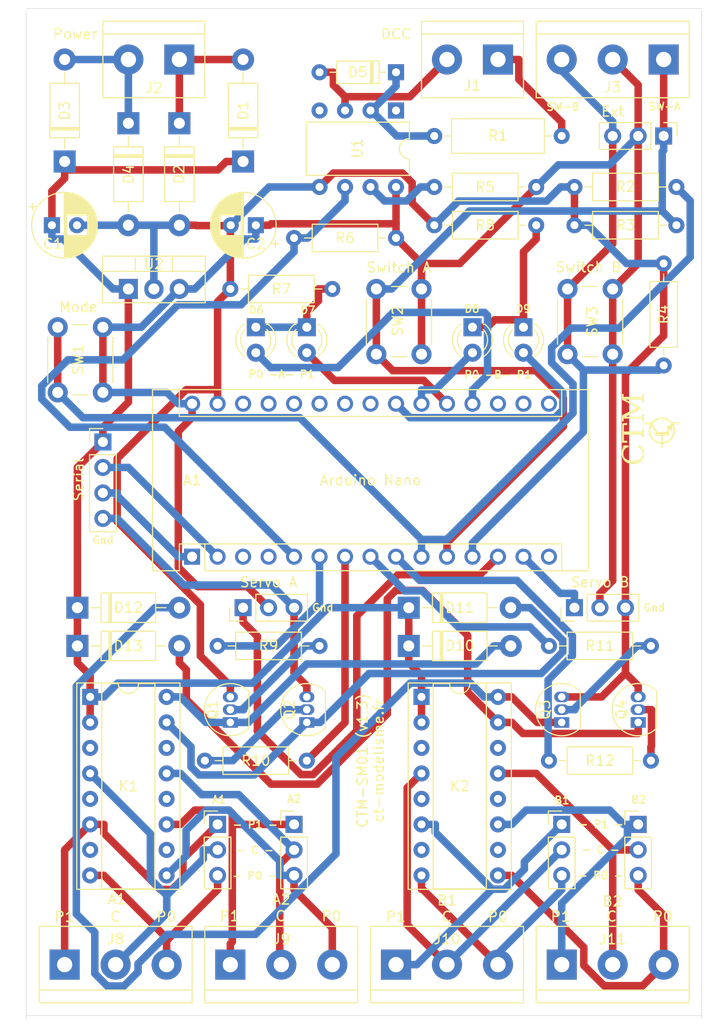
<source format=kicad_pcb>
(kicad_pcb (version 20211014) (generator pcbnew)
  (title_block (title "Digital Accessory Decoder 01 - PCB") (date "2021-06-24") (rev "1.2") (company "Cyrille TOULET") (comment 1 "All rights reserved"))
  (layers (0 "F.Cu" signal) (31 "B.Cu" signal) (34 "B.Paste" user) (35 "F.Paste" user) (36 "B.SilkS" user "B.Silkscreen") (37 "F.SilkS" user "F.Silkscreen") (38 "B.Mask" user) (39 "F.Mask" user) (44 "Edge.Cuts" user))
  (net 0 "")
  (net 1 "Net-(A1-Pad1)")
  (net 3 "Net-(A1-Pad2)")
  (net 6 "Net-(A1-Pad19)")
  (net 8 "Net-(A1-Pad20)")
  (net 9 "DCC")
  (net 10 "Net-(A1-Pad21)")
  (net 11 "SET_A")
  (net 12 "Net-(A1-Pad22)")
  (net 13 "RESET_A")
  (net 15 "SET_B")
  (net 16 "SW_MODE")
  (net 17 "RESET_B")
  (net 18 "SW_POS_A")
  (net 19 "SW_POS_B")
  (net 22 "Net-(A1-Pad13)")
  (net 23 "GND")
  (net 24 "Net-(A1-Pad14)")
  (net 25 "+5V")
  (net 28 "VCC")
  (net 29 "Net-(D1-Pad2)")
  (net 30 "Net-(D3-Pad2)")
  (net 31 "Net-(D5-Pad1)")
  (net 33 "Net-(D10-Pad2)")
  (net 34 "Net-(D11-Pad2)")
  (net 35 "Net-(J1-Pad1)")
  (net 36 "Net-(J10-Pad3)")
  (net 37 "Net-(J10-Pad2)")
  (net 38 "Net-(J10-Pad1)")
  (net 39 "Net-(Q1-Pad2)")
  (net 40 "Net-(Q2-Pad2)")
  (net 41 "Net-(Q3-Pad2)")
  (net 42 "Net-(Q4-Pad2)")
  (net 43 "Net-(R5-Pad2)")
  (net 45 "Net-(J12-Pad1)")
  (net 46 "Net-(J12-Pad2)")
  (net 47 "Net-(J12-Pad3)")
  (net 48 "Net-(J13-Pad3)")
  (net 49 "Net-(J13-Pad2)")
  (net 50 "Net-(J13-Pad1)")
  (net 51 "Net-(J11-Pad3)")
  (net 52 "Net-(J11-Pad2)")
  (net 53 "Net-(J11-Pad1)")
  (net 55 "Net-(D5-Pad2)")
  (net 57 "Net-(D6-Pad1)")
  (net 58 "Net-(D8-Pad1)")
  (net 59 "Net-(D12-Pad2)")
  (net 60 "Net-(D13-Pad2)")
  (footprint "Module:Arduino_Nano" (layer "F.Cu") (at 30.48 71.12 90)
    (fp_text reference "A1")
    (fp_text value "Arduino Nano")
  )
  (footprint "Capacitor_THT:CP_Radial_D6.3mm_P2.50mm" (layer "F.Cu") (at 16.51 38.1)
    (fp_text reference "C1")
    (fp_text value "220µF")
  )
  (footprint "Capacitor_THT:CP_Radial_D6.3mm_P2.50mm" (layer "F.Cu") (at 36.83 38.1 180)
    (fp_text reference "C2")
    (fp_text value "220µF")
  )
  (footprint "Diode_THT:D_DO-41_SOD81_P10.16mm_Horizontal" (layer "F.Cu") (at 35.56 31.75 90)
    (fp_text reference "D1")
    (fp_text value "1N4001")
  )
  (footprint "Diode_THT:D_DO-41_SOD81_P10.16mm_Horizontal" (layer "F.Cu") (at 29.21 27.94 -90)
    (fp_text reference "D2")
    (fp_text value "1N4001")
  )
  (footprint "Diode_THT:D_DO-41_SOD81_P10.16mm_Horizontal" (layer "F.Cu") (at 17.78 31.75 90)
    (fp_text reference "D3")
    (fp_text value "1N4001")
  )
  (footprint "Diode_THT:D_DO-41_SOD81_P10.16mm_Horizontal" (layer "F.Cu") (at 24.13 27.94 -90)
    (fp_text reference "D4")
    (fp_text value "1N4001")
  )
  (footprint "Diode_THT:D_DO-41_SOD81_P10.16mm_Horizontal" (layer "F.Cu") (at 52.07 80.01)
    (fp_text reference "D10")
    (fp_text value "1N4001")
  )
  (footprint "Diode_THT:D_DO-41_SOD81_P10.16mm_Horizontal" (layer "F.Cu") (at 52.07 76.2)
    (fp_text reference "D11")
    (fp_text value "1N4001")
  )
  (footprint "TerminalBlock:TerminalBlock_bornier-2_P5.08mm" (layer "F.Cu") (at 60.96 21.59 180)
    (fp_text reference "J1")
    (fp_text value "Terminal 1x2")
  )
  (footprint "TerminalBlock:TerminalBlock_bornier-2_P5.08mm" (layer "F.Cu") (at 29.21 21.59 180)
    (fp_text reference "J2")
    (fp_text value "Terminal 1x2")
  )
  (footprint "TerminalBlock:TerminalBlock_bornier-3_P5.08mm" (layer "F.Cu") (at 77.47 21.59 180)
    (fp_text reference "J3")
    (fp_text value "Terminal 1x3")
  )
  (footprint "TerminalBlock:TerminalBlock_bornier-3_P5.08mm" (layer "F.Cu") (at 17.78 111.76)
    (fp_text reference "J8")
    (fp_text value "Terminal 1x3")
  )
  (footprint "TerminalBlock:TerminalBlock_bornier-3_P5.08mm" (layer "F.Cu") (at 34.29 111.76)
    (fp_text reference "J9")
    (fp_text value "Terminal 1x3")
  )
  (footprint "TerminalBlock:TerminalBlock_bornier-3_P5.08mm" (layer "F.Cu") (at 50.8 111.76)
    (fp_text reference "J10")
    (fp_text value "Terminal 1x3")
  )
  (footprint "TerminalBlock:TerminalBlock_bornier-3_P5.08mm" (layer "F.Cu") (at 67.31 111.76)
    (fp_text reference "J11")
    (fp_text value "Terminal 1x3")
  )
  (footprint "Package_DIP:DIP-16_W7.62mm_Socket" (layer "F.Cu") (at 20.32 85.09)
    (fp_text reference "K1")
    (fp_text value "Relay HFD2 012-S-L2")
  )
  (footprint "Package_DIP:DIP-16_W7.62mm_Socket" (layer "F.Cu") (at 53.34 85.09)
    (fp_text reference "K2")
    (fp_text value "Relay HFD2 012-S-L2")
  )
  (footprint "Package_TO_SOT_THT:TO-92_Inline" (layer "F.Cu") (at 74.93 87.63 90)
    (fp_text reference "Q4")
    (fp_text value "BC547")
  )
  (footprint "Resistor_THT:R_Axial_DIN0309_L9.0mm_D3.2mm_P12.70mm_Horizontal" (layer "F.Cu") (at 54.61 29.21)
    (fp_text reference "R1")
    (fp_text value "1k (1W)")
  )
  (footprint "Resistor_THT:R_Axial_DIN0207_L6.3mm_D2.5mm_P10.16mm_Horizontal" (layer "F.Cu") (at 78.74 34.29 180)
    (fp_text reference "R2")
    (fp_text value "1k")
  )
  (footprint "Resistor_THT:R_Axial_DIN0207_L6.3mm_D2.5mm_P10.16mm_Horizontal" (layer "F.Cu") (at 78.74 38.1 180)
    (fp_text reference "R3")
    (fp_text value "1k")
  )
  (footprint "Resistor_THT:R_Axial_DIN0207_L6.3mm_D2.5mm_P10.16mm_Horizontal" (layer "F.Cu") (at 77.47 52.07 90)
    (fp_text reference "R4")
    (fp_text value "1k")
  )
  (footprint "Resistor_THT:R_Axial_DIN0207_L6.3mm_D2.5mm_P10.16mm_Horizontal" (layer "F.Cu") (at 64.77 34.29 180)
    (fp_text reference "R5")
    (fp_text value "10k")
  )
  (footprint "Resistor_THT:R_Axial_DIN0207_L6.3mm_D2.5mm_P10.16mm_Horizontal" (layer "F.Cu") (at 50.8 39.37 180)
    (fp_text reference "R6")
    (fp_text value "10k")
  )
  (footprint "Resistor_THT:R_Axial_DIN0207_L6.3mm_D2.5mm_P10.16mm_Horizontal" (layer "F.Cu") (at 34.29 44.45)
    (fp_text reference "R7")
    (fp_text value "1k")
  )
  (footprint "Resistor_THT:R_Axial_DIN0207_L6.3mm_D2.5mm_P10.16mm_Horizontal" (layer "F.Cu") (at 54.61 38.1)
    (fp_text reference "R8")
    (fp_text value "1k")
  )
  (footprint "Resistor_THT:R_Axial_DIN0207_L6.3mm_D2.5mm_P10.16mm_Horizontal" (layer "F.Cu") (at 33.02 80.01)
    (fp_text reference "R9")
    (fp_text value "2.2k")
  )
  (footprint "Resistor_THT:R_Axial_DIN0207_L6.3mm_D2.5mm_P10.16mm_Horizontal" (layer "F.Cu") (at 41.91 91.44 180)
    (fp_text reference "R10")
    (fp_text value "2.2k")
  )
  (footprint "Resistor_THT:R_Axial_DIN0207_L6.3mm_D2.5mm_P10.16mm_Horizontal" (layer "F.Cu") (at 66.04 91.44)
    (fp_text reference "R12")
    (fp_text value "2.2k")
  )
  (footprint "Button_Switch_THT:SW_PUSH_6mm" (layer "F.Cu") (at 21.59 48.26 -90)
    (fp_text reference "SW1")
    (fp_text value "Embeded push btn")
  )
  (footprint "Button_Switch_THT:SW_PUSH_6mm" (layer "F.Cu") (at 53.34 44.45 -90)
    (fp_text reference "SW2")
    (fp_text value "Embeded push btn")
  )
  (footprint "Button_Switch_THT:SW_PUSH_6mm" (layer "F.Cu") (at 72.39 44.45 -90)
    (fp_text reference "SW3")
    (fp_text value "Embeded push btn")
  )
  (footprint "Package_DIP:DIP-8_W7.62mm" (layer "F.Cu") (at 50.8 26.67 -90)
    (fp_text reference "U1")
    (fp_text value "6N137")
  )
  (footprint "Package_TO_SOT_THT:TO-220-3_Vertical" (layer "F.Cu") (at 24.13 44.45)
    (fp_text reference "U2")
    (fp_text value "LM7805")
  )
  (footprint "Connector_PinHeader_2.54mm:PinHeader_1x04_P2.54mm_Vertical" (layer "F.Cu") (at 21.59 59.69)
    (fp_text reference "J5" hide)
    (fp_text value "Conn 1x4 pins")
  )
  (footprint "Package_TO_SOT_THT:TO-92_Inline" (layer "F.Cu") (at 34.29 87.63 90)
    (fp_text reference "Q1")
    (fp_text value "BC547")
  )
  (footprint "Package_TO_SOT_THT:TO-92_Inline" (layer "F.Cu") (at 67.31 87.63 90)
    (fp_text reference "Q3")
    (fp_text value "BC547")
  )
  (footprint "Package_TO_SOT_THT:TO-92_Inline" (layer "F.Cu") (at 41.91 87.63 90)
    (fp_text reference "Q2")
    (fp_text value "BC547")
  )
  (footprint "Diode_THT:D_DO-35_SOD27_P7.62mm_Horizontal" (layer "F.Cu") (at 50.8 22.86 180)
    (fp_text reference "D5")
    (fp_text value "1N4148")
  )
  (footprint "Connector_PinHeader_2.54mm:PinHeader_1x03_P2.54mm_Vertical" (layer "F.Cu") (at 35.56 76.2 90)
    (fp_text reference "J6" hide)
    (fp_text value "Conn 1x3 pins")
  )
  (footprint "Connector_PinHeader_2.54mm:PinHeader_1x03_P2.54mm_Vertical" (layer "F.Cu") (at 68.58 76.2 90)
    (fp_text reference "J7" hide)
    (fp_text value "Conn 1x3 pins")
  )
  (footprint "Resistor_THT:R_Axial_DIN0207_L6.3mm_D2.5mm_P10.16mm_Horizontal" (layer "F.Cu") (at 66.04 80.01)
    (fp_text reference "R11")
    (fp_text value "2.2k")
  )
  (footprint "Connector_PinHeader_2.54mm:PinHeader_1x03_P2.54mm_Vertical" (layer "F.Cu") (at 77.47 29.21 -90)
    (fp_text reference "J4" hide)
    (fp_text value "Conn 1x3 pins")
  )
  (footprint "Connector_PinHeader_2.54mm:PinHeader_1x03_P2.54mm_Vertical" (layer "F.Cu") (at 33.02 97.79)
    (fp_text reference "J12" hide)
    (fp_text value "Conn 1x3 pins")
  )
  (footprint "Connector_PinHeader_2.54mm:PinHeader_1x03_P2.54mm_Vertical" (layer "F.Cu") (at 40.64 97.79)
    (fp_text reference "J13" hide)
    (fp_text value "Conn 1x3 pins")
  )
  (footprint "Connector_PinHeader_2.54mm:PinHeader_1x03_P2.54mm_Vertical" (layer "F.Cu") (at 67.31 97.79)
    (fp_text reference "J14" hide)
    (fp_text value "Conn 1x3 pins")
  )
  (footprint "Connector_PinHeader_2.54mm:PinHeader_1x03_P2.54mm_Vertical" (layer "F.Cu") (at 74.93 97.79)
    (fp_text reference "J15" hide)
    (fp_text value "Conn 1x3 pins")
  )
  (footprint "LED_THT:LED_D3.0mm" (layer "F.Cu") (at 36.83 48.26 -90)
    (fp_text reference "D6")
    (fp_text value "LED")
  )
  (footprint "LED_THT:LED_D3.0mm" (layer "F.Cu") (at 41.91 48.26 -90)
    (fp_text reference "D7")
    (fp_text value "LED")
  )
  (footprint "LED_THT:LED_D3.0mm" (layer "F.Cu") (at 58.42 48.26 -90)
    (fp_text reference "D8")
    (fp_text value "LED")
  )
  (footprint "LED_THT:LED_D3.0mm" (layer "F.Cu") (at 63.5 48.26 -90)
    (fp_text reference "D9")
    (fp_text value "LED")
  )
  (footprint "Diode_THT:D_DO-41_SOD81_P10.16mm_Horizontal" (layer "F.Cu") (at 19.05 76.2)
    (fp_text reference "D12")
    (fp_text value "1N4001")
  )
  (footprint "Diode_THT:D_DO-41_SOD81_P10.16mm_Horizontal" (layer "F.Cu") (at 19.05 80.01)
    (fp_text reference "D13")
    (fp_text value "1N4001")
  )
  (footprint "MountingHole:MountingHole_3.2mm_M3" (layer "F.Cu") (at 40.183559 20.319999)
    (fp_text reference "H1" hide)
    (fp_text value "MountingHole")
  )
  (footprint "MountingHole:MountingHole_3.2mm_M3" (layer "F.Cu") (at 78.74 68.58)
    (fp_text reference "H2" hide)
    (fp_text value "MountingHole")
  )
  (footprint "MountingHole:MountingHole_3.2mm_M3" (layer "F.Cu") (at 48.26 104.14)
    (fp_text reference "H3" hide)
    (fp_text value "MountingHole")
  )
  (footprint "MountingHole:MountingHole_3.2mm_M3" (layer "F.Cu") (at 16.48675 68.609574)
    (fp_text reference "H4" hide)
    (fp_text value "MountingHole")
  )
  (footprint "CTM:Logo_CTM_7mm" (layer "F.Cu") (at 76.2 58.42 90)
    (fp_text reference "G***" hide)
    (fp_text value "LOGO" hide)
  )
  (gr_line (start 13.945176 117.150154) (end 13.945176 16.820154) (layer "Edge.Cuts") (width 0.05))
  (gr_line (start 81.28 116.84) (end 13.97 116.84) (layer "Edge.Cuts") (width 0.05))
  (gr_line (start 13.97 16.51) (end 81.28 16.51) (layer "Edge.Cuts") (width 0.05))
  (gr_line (start 81.255176 16.820154) (end 81.255176 117.150154) (layer "Edge.Cuts") (width 0.05))
  (gr_text "C" (at 55.855176 106.990154) (layer "F.SilkS") (effects (font (size 1 1))))
  (gr_text "P1" (at 34.206382 106.922815) (layer "F.SilkS") (effects (font (size 1 1))))
  (gr_text "- P0 -" (at 71.192664 102.881509) (layer "F.SilkS") (effects (font (size 0.75 0.75))))
  (gr_text "Servo A" (at 38.1 73.66) (layer "F.SilkS") (effects (font (size 1 1))))
  (gr_text "C" (at 72.286795 106.96181) (layer "F.SilkS") (effects (font (size 1 1))))
  (gr_text "P1" (at 67.206795 106.96181) (layer "F.SilkS") (effects (font (size 1 1))))
  (gr_text "P0" (at 44.366382 106.922815) (layer "F.SilkS") (effects (font (size 1 1))))
  (gr_text "Arduino Nano" (at 48.26 63.5) (layer "F.SilkS") (effects (font (size 1 1))))
  (gr_text "- P1 -" (at 71.231659 97.773165) (layer "F.SilkS") (effects (font (size 0.75 0.75))))
  (gr_text "Ext" (at 72.39 26.769322) (layer "F.SilkS") (effects (font (size 1 1))))
  (gr_text "Gnd" (at 43.5027 76.2) (layer "F.SilkS") (effects (font (size 0.75 0.75))))
  (gr_text "B2" (at 74.975178 95.31648) (layer "F.SilkS") (effects (font (size 0.75 0.75))))
  (gr_text "- C -" (at 36.729849 100.346834) (layer "F.SilkS") (effects (font (size 0.75 0.75))))
  (gr_text "SW-B" (at 67.426189 26.312881) (layer "F.SilkS") (effects (font (size 0.75 0.75))))
  (gr_text "- P0 -" (at 36.729849 102.920503) (layer "F.SilkS") (effects (font (size 0.75 0.75))))
  (gr_text "- C -" (at 71.192664 100.30784) (layer "F.SilkS") (effects (font (size 0.75 0.75))))
  (gr_text "Gnd" (at 21.602501 69.473544) (layer "F.SilkS") (effects (font (size 0.75 0.75))))
  (gr_text "A2" (at 39.37 105.263678) (layer "F.SilkS") (effects (font (size 1 1))))
  (gr_text "Power" (at 18.832864 19.05) (layer "F.SilkS") (effects (font (size 1 1))))
  (gr_text "Serial" (at 19.166488 63.430675 90) (layer "F.SilkS") (effects (font (size 1 1))))
  (gr_text "Switch B" (at 69.985535 42.277789) (layer "F.SilkS") (effects (font (size 1 1))))
  (gr_text "A2" (at 40.64 95.243816) (layer "F.SilkS") (effects (font (size 0.75 0.75))))
  (gr_text "Mode" (at 19.15015 46.237586) (layer "F.SilkS") (effects (font (size 1 1))))
  (gr_text "DCC" (at 50.8 19.05) (layer "F.SilkS") (effects (font (size 1 1))))
  (gr_text "P0" (at 27.915176 106.990154) (layer "F.SilkS") (effects (font (size 1 1))))
  (gr_text "P1" (at 50.775176 106.990154) (layer "F.SilkS") (effects (font (size 1 1))))
  (gr_text "C" (at 39.286382 106.922815) (layer "F.SilkS") (effects (font (size 1 1))))
  (gr_text "P0 -B- P1" (at 60.96 52.991392) (layer "F.SilkS") (effects (font (size 0.75 0.75))))
  (gr_text "C" (at 22.835176 106.990154) (layer "F.SilkS") (effects (font (size 1 1))))
  (gr_text "Gnd" (at 76.529291 76.2) (layer "F.SilkS") (effects (font (size 0.75 0.75))))
  (gr_text "A1" (at 22.991246 105.23538) (layer "F.SilkS") (effects (font (size 1 1))))
  (gr_text "P1" (at 17.755176 106.990154) (layer "F.SilkS") (effects (font (size 1 1))))
  (gr_text "Switch A" (at 51.085963 42.303786) (layer "F.SilkS") (effects (font (size 1 1))))
  (gr_text "CTM-SM01 (v1.3)\nct-modelisme.fr" (at 48.26 91.44 90) (layer "F.SilkS") (effects (font (size 1 1))))
  (gr_text "B1" (at 55.88 105.350333) (layer "F.SilkS") (effects (font (size 1 1))))
  (gr_text "B2" (at 72.361882 105.45432) (layer "F.SilkS") (effects (font (size 1 1))))
  (gr_text "P0" (at 60.935176 106.990154) (layer "F.SilkS") (effects (font (size 1 1))))
  (gr_text "SW-A" (at 77.569322 26.262166) (layer "F.SilkS") (effects (font (size 0.75 0.75))))
  (gr_text "B1" (at 67.33216 95.39447) (layer "F.SilkS") (effects (font (size 0.75 0.75))))
  (gr_text "- P1 -" (at 36.768844 97.812159) (layer "F.SilkS") (effects (font (size 0.75 0.75))))
  (gr_text "Servo B" (at 71.12 73.66) (layer "F.SilkS") (effects (font (size 1 1))))
  (gr_text "P0" (at 77.366795 106.96181) (layer "F.SilkS") (effects (font (size 1 1))))
  (gr_text "P0 -A- P1" (at 39.39577 52.95005) (layer "F.SilkS") (effects (font (size 0.75 0.75))))
  (gr_text "A1" (at 33.14231 95.321806) (layer "F.SilkS") (effects (font (size 0.75 0.75))))
  (segment (start 23.0153 64.77) (end 23.0153 65.0306) (width 0.75) (layer "B.Cu") (net 1))
  (segment (start 21.59 64.77) (end 23.0153 64.77) (width 0.75) (layer "B.Cu") (net 1))
  (segment (start 30.48 71.12) (end 29.1047 71.12) (width 0.75) (layer "B.Cu") (net 1))
  (segment (start 23.0153 65.0306) (end 29.1047 71.12) (width 0.75) (layer "B.Cu") (net 1))
  (segment (start 24.13 62.23) (end 33.02 71.12) (width 0.75) (layer "B.Cu") (net 3))
  (segment (start 21.59 62.23) (end 24.13 62.23) (width 0.75) (layer "B.Cu") (net 3))
  (segment (start 38.3104 52.2804) (end 45.0225 52.2804) (width 0.75) (layer "B.Cu") (net 6))
  (segment (start 59.9199 53.0048) (end 58.42 54.5047) (width 0.75) (layer "B.Cu") (net 6))
  (segment (start 58.42 55.88) (end 58.42 54.5047) (width 0.75) (layer "B.Cu") (net 6))
  (segment (start 36.83 50.8) (end 38.3104 52.2804) (width 0.75) (layer "B.Cu") (net 6))
  (segment (start 45.0225 52.2804) (end 50.5183 46.7846) (width 0.75) (layer "B.Cu") (net 6))
  (segment (start 59.6192 46.7846) (end 59.9199 47.0853) (width 0.75) (layer "B.Cu") (net 6))
  (segment (start 50.5183 46.7846) (end 59.6192 46.7846) (width 0.75) (layer "B.Cu") (net 6))
  (segment (start 59.9199 47.0853) (end 59.9199 53.0048) (width 0.75) (layer "B.Cu") (net 6))
  (segment (start 53.5564 53.5564) (end 55.88 55.88) (width 0.75) (layer "F.Cu") (net 8))
  (segment (start 44.6664 53.5564) (end 53.5564 53.5564) (width 0.75) (layer "F.Cu") (net 8))
  (segment (start 41.91 50.8) (end 44.6664 53.5564) (width 0.75) (layer "F.Cu") (net 8))
  (segment (start 45.72 35.6653) (end 42.0153 39.37) (width 0.75) (layer "B.Cu") (net 9))
  (segment (start 40.64 40.7453) (end 35.3599 46.0254) (width 0.75) (layer "B.Cu") (net 9))
  (segment (start 40.64 39.37) (end 40.64 40.7453) (width 0.75) (layer "B.Cu") (net 9))
  (segment (start 40.64 39.37) (end 42.0153 39.37) (width 0.75) (layer "B.Cu") (net 9))
  (segment (start 18.308 58.2231) (end 27.7431 58.2231) (width 0.75) (layer "B.Cu") (net 9))
  (segment (start 15.4991 55.4142) (end 18.308 58.2231) (width 0.75) (layer "B.Cu") (net 9))
  (segment (start 23.5896 51.51) (end 18.1017 51.51) (width 0.75) (layer "B.Cu") (net 9))
  (segment (start 18.1017 51.51) (end 15.4991 54.1126) (width 0.75) (layer "B.Cu") (net 9))
  (segment (start 45.72 34.29) (end 45.72 35.6653) (width 0.75) (layer "B.Cu") (net 9))
  (segment (start 35.3599 46.0254) (end 29.0742 46.0254) (width 0.75) (layer "B.Cu") (net 9))
  (segment (start 29.0742 46.0254) (end 23.5896 51.51) (width 0.75) (layer "B.Cu") (net 9))
  (segment (start 27.7431 58.2231) (end 40.64 71.12) (width 0.75) (layer "B.Cu") (net 9))
  (segment (start 15.4991 54.1126) (end 15.4991 55.4142) (width 0.75) (layer "B.Cu") (net 9))
  (segment (start 58.42 50.8) (end 54.7153 54.5047) (width 0.75) (layer "B.Cu") (net 10))
  (segment (start 54.7153 54.5047) (end 53.34 54.5047) (width 0.75) (layer "B.Cu") (net 10))
  (segment (start 53.34 55.88) (end 53.34 54.5047) (width 0.75) (layer "B.Cu") (net 10))
  (segment (start 33.02 80.01) (end 38.8612 80.01) (width 0.75) (layer "B.Cu") (net 11))
  (segment (start 43.18 75.6912) (end 43.18 71.12) (width 0.75) (layer "B.Cu") (net 11))
  (segment (start 38.8612 80.01) (end 43.18 75.6912) (width 0.75) (layer "B.Cu") (net 11))
  (segment (start 67.4294 54.7294) (end 67.4294 56.4788) (width 0.75) (layer "B.Cu") (net 12))
  (segment (start 52.1927 57.2727) (end 50.8 55.88) (width 0.75) (layer "B.Cu") (net 12))
  (segment (start 67.4294 56.4788) (end 66.6355 57.2727) (width 0.75) (layer "B.Cu") (net 12))
  (segment (start 63.5 50.8) (end 67.4294 54.7294) (width 0.75) (layer "B.Cu") (net 12))
  (segment (start 66.6355 57.2727) (end 52.1927 57.2727) (width 0.75) (layer "B.Cu") (net 12))
  (segment (start 41.91 91.44) (end 45.72 87.63) (width 0.75) (layer "F.Cu") (net 13))
  (segment (start 45.72 71.12) (end 45.72 72.4953) (width 0.75) (layer "F.Cu") (net 13))
  (segment (start 45.72 87.63) (end 45.72 72.4953) (width 0.75) (layer "F.Cu") (net 13))
  (segment (start 51.6646 74.5246) (end 48.26 71.12) (width 0.75) (layer "B.Cu") (net 15))
  (segment (start 64.146 78.116) (end 56.9996 78.116) (width 0.75) (layer "B.Cu") (net 15))
  (segment (start 66.04 80.01) (end 64.146 78.116) (width 0.75) (layer "B.Cu") (net 15))
  (segment (start 53.4082 74.5246) (end 51.6646 74.5246) (width 0.75) (layer "B.Cu") (net 15))
  (segment (start 56.9996 78.116) (end 53.4082 74.5246) (width 0.75) (layer "B.Cu") (net 15))
  (segment (start 17.09 54.76) (end 17.09 48.26) (width 0.75) (layer "F.Cu") (net 16))
  (segment (start 53.34 69.4004) (end 55.8517 69.4004) (width 0.75) (layer "B.Cu") (net 16))
  (segment (start 66.3089 50.2833) (end 68.2453 48.3469) (width 0.75) (layer "B.Cu") (net 16))
  (segment (start 53.34 69.4004) (end 53.34 69.7447) (width 0.75) (layer "B.Cu") (net 16))
  (segment (start 53.34 71.12) (end 53.34 69.7447) (width 0.75) (layer "B.Cu") (net 16))
  (segment (start 41.2124 57.2728) (end 19.6028 57.2728) (width 0.75) (layer "B.Cu") (net 16))
  (segment (start 19.6028 57.2728) (end 17.09 54.76) (width 0.75) (layer "B.Cu") (net 16))
  (segment (start 68.2453 48.3469) (end 73.0308 48.3469) (width 0.75) (layer "B.Cu") (net 16))
  (segment (start 55.8517 69.4004) (end 68.4329 56.8192) (width 0.75) (layer "B.Cu") (net 16))
  (segment (start 80.1158 35.6658) (end 78.74 34.29) (width 0.75) (layer "B.Cu") (net 16))
  (segment (start 80.1158 41.2619) (end 80.1158 35.6658) (width 0.75) (layer "B.Cu") (net 16))
  (segment (start 68.4329 56.8192) (end 68.4329 53.9179) (width 0.75) (layer "B.Cu") (net 16))
  (segment (start 66.3089 51.7939) (end 66.3089 50.2833) (width 0.75) (layer "B.Cu") (net 16))
  (segment (start 73.0308 48.3469) (end 80.1158 41.2619) (width 0.75) (layer "B.Cu") (net 16))
  (segment (start 68.4329 53.9179) (end 66.3089 51.7939) (width 0.75) (layer "B.Cu") (net 16))
  (segment (start 53.34 69.4004) (end 41.2124 57.2728) (width 0.75) (layer "B.Cu") (net 16))
  (segment (start 65.9565 83.405) (end 68.3721 80.9894) (width 0.75) (layer "B.Cu") (net 17))
  (segment (start 68.3721 79.0113) (end 62.8413 73.4805) (width 0.75) (layer "B.Cu") (net 17))
  (segment (start 53.1605 73.4805) (end 50.8 71.12) (width 0.75) (layer "B.Cu") (net 17))
  (segment (start 66.04 91.44) (end 65.9565 91.3565) (width 0.75) (layer "B.Cu") (net 17))
  (segment (start 65.9565 91.3565) (end 65.9565 83.405) (width 0.75) (layer "B.Cu") (net 17))
  (segment (start 62.8413 73.4805) (end 53.1605 73.4805) (width 0.75) (layer "B.Cu") (net 17))
  (segment (start 68.3721 80.9894) (end 68.3721 79.0113) (width 0.75) (layer "B.Cu") (net 17))
  (segment (start 55.88 71.12) (end 55.88 69.7447) (width 0.75) (layer "F.Cu") (net 18))
  (segment (start 67.4735 55.3315) (end 67.4735 58.1512) (width 0.75) (layer "F.Cu") (net 18))
  (segment (start 67.4735 58.1512) (end 55.88 69.7447) (width 0.75) (layer "F.Cu") (net 18))
  (segment (start 50.4767 52.5867) (end 64.7287 52.5867) (width 0.75) (layer "F.Cu") (net 18))
  (segment (start 48.84 50.95) (end 48.84 44.45) (width 0.75) (layer "F.Cu") (net 18))
  (segment (start 77.47 29.21) (end 77.47 21.59) (width 0.75) (layer "F.Cu") (net 18))
  (segment (start 64.7287 52.5867) (end 67.4735 55.3315) (width 0.75) (layer "F.Cu") (net 18))
  (segment (start 48.84 50.95) (end 50.4767 52.5867) (width 0.75) (layer "F.Cu") (net 18))
  (segment (start 77.324 30.7813) (end 77.47 30.6353) (width 0.75) (layer "B.Cu") (net 18))
  (segment (start 50.358 44.45) (end 48.84 44.45) (width 0.75) (layer "B.Cu") (net 18))
  (segment (start 58.124 36.684) (end 50.358 44.45) (width 0.75) (layer "B.Cu") (net 18))
  (segment (start 77.324 36.684) (end 77.324 30.7813) (width 0.75) (layer "B.Cu") (net 18))
  (segment (start 78.74 38.1) (end 77.324 36.684) (width 0.75) (layer "B.Cu") (net 18))
  (segment (start 77.324 36.684) (end 58.124 36.684) (width 0.75) (layer "B.Cu") (net 18))
  (segment (start 77.47 29.21) (end 77.47 30.6353) (width 0.75) (layer "B.Cu") (net 18))
  (segment (start 72.39 39.95) (end 67.89 44.45) (width 0.75) (layer "F.Cu") (net 19))
  (segment (start 67.89 44.45) (end 67.89 50.95) (width 0.75) (layer "F.Cu") (net 19))
  (segment (start 72.39 29.21) (end 72.39 39.95) (width 0.75) (layer "F.Cu") (net 19))
  (segment (start 77.0114 52.5286) (end 77.47 52.07) (width 0.75) (layer "B.Cu") (net 19))
  (segment (start 72.39 27.7847) (end 67.31 22.7047) (width 0.75) (layer "B.Cu") (net 19))
  (segment (start 58.42 71.12) (end 58.42 69.7447) (width 0.75) (layer "B.Cu") (net 19))
  (segment (start 69.4686 58.6961) (end 58.42 69.7447) (width 0.75) (layer "B.Cu") (net 19))
  (segment (start 69.4686 52.5286) (end 77.0114 52.5286) (width 0.75) (layer "B.Cu") (net 19))
  (segment (start 67.89 50.95) (end 69.4686 52.5286) (width 0.75) (layer "B.Cu") (net 19))
  (segment (start 67.31 22.7047) (end 67.31 21.59) (width 0.75) (layer "B.Cu") (net 19))
  (segment (start 72.39 29.21) (end 72.39 27.7847) (width 0.75) (layer "B.Cu") (net 19))
  (segment (start 69.4686 52.5286) (end 69.4686 58.6961) (width 0.75) (layer "B.Cu") (net 19))
  (segment (start 46.8919 77.0166) (end 46.8919 88.4622) (width 0.75) (layer "F.Cu") (net 22))
  (segment (start 35.56 76.2) (end 35.56 77.6253) (width 0.75) (layer "F.Cu") (net 22))
  (segment (start 46.8919 88.4622) (end 42.5282 92.8259) (width 0.75) (layer "F.Cu") (net 22))
  (segment (start 60.96 71.12) (end 59.1667 72.9133) (width 0.75) (layer "F.Cu") (net 22))
  (segment (start 50.9952 72.9133) (end 46.8919 77.0166) (width 0.75) (layer "F.Cu") (net 22))
  (segment (start 36.9853 79.0506) (end 35.56 77.6253) (width 0.75) (layer "F.Cu") (net 22))
  (segment (start 41.3236 92.8259) (end 36.9853 88.4876) (width 0.75) (layer "F.Cu") (net 22))
  (segment (start 59.1667 72.9133) (end 50.9952 72.9133) (width 0.75) (layer "F.Cu") (net 22))
  (segment (start 36.9853 88.4876) (end 36.9853 79.0506) (width 0.75) (layer "F.Cu") (net 22))
  (segment (start 42.5282 92.8259) (end 41.3236 92.8259) (width 0.75) (layer "F.Cu") (net 22))
  (segment (start 33.02 54.4818) (end 33.02 55.88) (width 0.75) (layer "F.Cu") (net 23))
  (segment (start 77.47 49.105) (end 77.47 41.91) (width 0.75) (layer "F.Cu") (net 23))
  (segment (start 52.4091 35.8991) (end 52.4091 33.883) (width 0.75) (layer "F.Cu") (net 23))
  (segment (start 68.58 38.1) (end 68.58 34.29) (width 0.75) (layer "F.Cu") (net 23))
  (segment (start 21.59 67.31) (end 22.7777 67.31) (width 0.75) (layer "F.Cu") (net 23))
  (segment (start 23.0153 67.31) (end 23.0153 67.61) (width 0.75) (layer "F.Cu") (net 23))
  (segment (start 33.02 45.72) (end 33.02 54.4818) (width 0.75) (layer "F.Cu") (net 23))
  (segment (start 67.31 85.09) (end 71.2897 85.09) (width 0.75) (layer "F.Cu") (net 23))
  (segment (start 23.0153 67.31) (end 23.0153 61.36) (width 0.75) (layer "F.Cu") (net 23))
  (segment (start 34.29 85.09) (end 34.29 83.9897) (width 0.75) (layer "F.Cu") (net 23))
  (segment (start 23.0153 67.61) (end 31.3038 75.8985) (width 0.75) (layer "F.Cu") (net 23))
  (segment (start 41.91 85.09) (end 41.91 83.9897) (width 0.75) (layer "F.Cu") (net 23))
  (segment (start 34.29 38.14) (end 30.9253 38.14) (width 0.75) (layer "F.Cu") (net 23))
  (segment (start 34.29 44.45) (end 34.29 38.14) (width 0.75) (layer "F.Cu") (net 23))
  (segment (start 71.2897 85.09) (end 73.66 82.7197) (width 0.75) (layer "F.Cu") (net 23))
  (segment (start 23.0153 61.36) (end 29.8935 54.4818) (width 0.75) (layer "F.Cu") (net 23))
  (segment (start 34.29 38.14) (end 34.33 38.1) (width 0.75) (layer "F.Cu") (net 23))
  (segment (start 52.4091 33.883) (end 51.4298 32.9037) (width 0.75) (layer "F.Cu") (net 23))
  (segment (start 44.5663 32.9037) (end 43.18 34.29) (width 0.75) (layer "F.Cu") (net 23))
  (segment (start 51.4298 32.9037) (end 44.5663 32.9037) (width 0.75) (layer "F.Cu") (net 23))
  (segment (start 31.3038 75.8985) (end 31.3038 81.0035) (width 0.75) (layer "F.Cu") (net 23))
  (segment (start 41.91 83.9897) (end 40.64 82.7197) (width 0.75) (layer "F.Cu") (net 23))
  (segment (start 30.9253 38.14) (end 30.8853 38.1) (width 0.75) (layer "F.Cu") (net 23))
  (segment (start 73.66 52.915) (end 77.47 49.105) (width 0.75) (layer "F.Cu") (net 23))
  (segment (start 22.7777 67.31) (end 23.0153 67.31) (width 0.75) (layer "F.Cu") (net 23))
  (segment (start 34.29 44.45) (end 33.02 45.72) (width 0.75) (layer "F.Cu") (net 23))
  (segment (start 54.61 38.1) (end 52.4091 35.8991) (width 0.75) (layer "F.Cu") (net 23))
  (segment (start 29.8935 54.4818) (end 33.02 54.4818) (width 0.75) (layer "F.Cu") (net 23))
  (segment (start 29.21 38.1) (end 30.8853 38.1) (width 0.75) (layer "F.Cu") (net 23))
  (segment (start 74.93 85.09) (end 74.93 83.9897) (width 0.75) (layer "F.Cu") (net 23))
  (segment (start 40.64 82.7197) (end 40.64 76.2) (width 0.75) (layer "F.Cu") (net 23))
  (segment (start 73.66 82.7197) (end 73.66 76.2) (width 0.75) (layer "F.Cu") (net 23))
  (segment (start 31.3038 81.0035) (end 34.29 83.9897) (width 0.75) (layer "F.Cu") (net 23))
  (segment (start 73.66 76.2) (end 73.66 52.915) (width 0.75) (layer "F.Cu") (net 23))
  (segment (start 73.66 82.7197) (end 74.93 83.9897) (width 0.75) (layer "F.Cu") (net 23))
  (segment (start 38.14 34.29) (end 43.18 34.29) (width 0.75) (layer "B.Cu") (net 23))
  (segment (start 65.8016 35.6931) (end 57.0169 35.6931) (width 0.75) (layer "B.Cu") (net 23))
  (segment (start 73.7653 41.91) (end 69.9553 38.1) (width 0.75) (layer "B.Cu") (net 23))
  (segment (start 24.13 38.1) (end 19.01 38.1) (width 0.75) (layer "B.Cu") (net 23))
  (segment (start 67.2047 34.29) (end 65.8016 35.6931) (width 0.75) (layer "B.Cu") (net 23))
  (segment (start 29.21 38.1) (end 26.67 38.1) (width 0.75) (layer "B.Cu") (net 23))
  (segment (start 68.58 38.1) (end 69.9553 38.1) (width 0.75) (layer "B.Cu") (net 23))
  (segment (start 23.0153 67.31) (end 29.652 73.9467) (width 0.75) (layer "B.Cu") (net 23))
  (segment (start 26.67 38.1) (end 24.13 38.1) (width 0.75) (layer "B.Cu") (net 23))
  (segment (start 21.59 67.31) (end 23.0153 67.31) (width 0.75) (layer "B.Cu") (net 23))
  (segment (start 77.47 41.91) (end 73.7653 41.91) (width 0.75) (layer "B.Cu") (net 23))
  (segment (start 38.3867 73.9467) (end 40.64 76.2) (width 0.75) (layer "B.Cu") (net 23))
  (segment (start 34.33 38.1) (end 38.14 34.29) (width 0.75) (layer "B.Cu") (net 23))
  (segment (start 57.0169 35.6931) (end 54.61 38.1) (width 0.75) (layer "B.Cu") (net 23))
  (segment (start 26.67 38.1) (end 26.67 44.45) (width 0.75) (layer "B.Cu") (net 23))
  (segment (start 68.58 34.29) (end 67.2047 34.29) (width 0.75) (layer "B.Cu") (net 23))
  (segment (start 29.652 73.9467) (end 38.3867 73.9467) (width 0.75) (layer "B.Cu") (net 23))
  (segment (start 68.58 76.2) (end 68.58 74.7747) (width 0.75) (layer "B.Cu") (net 24))
  (segment (start 68.58 74.7747) (end 67.1547 74.7747) (width 0.75) (layer "B.Cu") (net 24))
  (segment (start 67.1547 74.7747) (end 63.5 71.12) (width 0.75) (layer "B.Cu") (net 24))
  (segment (start 29.1046 72.1793) (end 31.0277 74.1024) (width 0.75) (layer "F.Cu") (net 25))
  (segment (start 72.39 73.5047) (end 71.12 74.7747) (width 0.75) (layer "F.Cu") (net 25))
  (segment (start 53.34 50.95) (end 53.34 44.45) (width 0.75) (layer "F.Cu") (net 25))
  (segment (start 64.77 34.29) (end 57.15 41.91) (width 0.75) (layer "F.Cu") (net 25))
  (segment (start 50.8 37.9544) (end 50.8 39.37) (width 0.75) (layer "F.Cu") (net 25))
  (segment (start 74.93 29.21) (end 74.93 24.13) (width 0.75) (layer "F.Cu") (net 25))
  (segment (start 31.0277 74.1024) (end 36.0024 74.1024) (width 0.75) (layer "F.Cu") (net 25))
  (segment (start 72.39 44.45) (end 74.93 41.91) (width 0.75) (layer "F.Cu") (net 25))
  (segment (start 50.8 37.9544) (end 38.3509 37.9544) (width 0.75) (layer "F.Cu") (net 25))
  (segment (start 30.48 57.2553) (end 29.1046 58.6307) (width 0.75) (layer "F.Cu") (net 25))
  (segment (start 29.1046 58.6307) (end 29.1046 72.1793) (width 0.75) (layer "F.Cu") (net 25))
  (segment (start 50.8 34.29) (end 50.8 35.6653) (width 0.75) (layer "F.Cu") (net 25))
  (segment (start 72.39 44.45) (end 72.39 50.95) (width 0.75) (layer "F.Cu") (net 25))
  (segment (start 36.0024 74.1024) (end 38.1 76.2) (width 0.75) (layer "F.Cu") (net 25))
  (segment (start 36.83 38.1) (end 38.2053 38.1) (width 0.75) (layer "F.Cu") (net 25))
  (segment (start 74.93 24.13) (end 72.39 21.59) (width 0.75) (layer "F.Cu") (net 25))
  (segment (start 53.34 41.91) (end 53.34 44.45) (width 0.75) (layer "F.Cu") (net 25))
  (segment (start 50.8 39.37) (end 53.34 41.91) (width 0.75) (layer "F.Cu") (net 25))
  (segment (start 21.59 54.76) (end 21.59 48.26) (width 0.75) (layer "F.Cu") (net 25))
  (segment (start 50.8 35.6653) (end 50.8 37.9544) (width 0.75) (layer "F.Cu") (net 25))
  (segment (start 71.12 76.2) (end 71.12 74.7747) (width 0.75) (layer "F.Cu") (net 25))
  (segment (start 57.15 41.91) (end 53.34 41.91) (width 0.75) (layer "F.Cu") (net 25))
  (segment (start 38.3509 37.9544) (end 38.2053 38.1) (width 0.75) (layer "F.Cu") (net 25))
  (segment (start 74.93 41.91) (end 74.93 29.21) (width 0.75) (layer "F.Cu") (net 25))
  (segment (start 30.48 55.88) (end 30.48 57.2553) (width 0.75) (layer "F.Cu") (net 25))
  (segment (start 72.39 50.95) (end 72.39 73.5047) (width 0.75) (layer "F.Cu") (net 25))
  (segment (start 27.9847 54.76) (end 29.1047 55.88) (width 0.75) (layer "B.Cu") (net 25))
  (segment (start 25.4 48.26) (end 29.21 44.45) (width 0.75) (layer "B.Cu") (net 25))
  (segment (start 74.93 29.21) (end 72.0539 32.0861) (width 0.75) (layer "B.Cu") (net 25))
  (segment (start 36.83 38.1) (end 36.83 39.4753) (width 0.75) (layer "B.Cu") (net 25))
  (segment (start 30.48 55.88) (end 29.1047 55.88) (width 0.75) (layer "B.Cu") (net 25))
  (segment (start 21.59 48.26) (end 25.4 48.26) (width 0.75) (layer "B.Cu") (net 25))
  (segment (start 21.59 54.76) (end 27.9847 54.76) (width 0.75) (layer "B.Cu") (net 25))
  (segment (start 66.9739 32.0861) (end 64.77 34.29) (width 0.75) (layer "B.Cu") (net 25))
  (segment (start 29.21 44.45) (end 30.7378 44.45) (width 0.75) (layer "B.Cu") (net 25))
  (segment (start 72.0539 32.0861) (end 66.9739 32.0861) (width 0.75) (layer "B.Cu") (net 25))
  (segment (start 30.7378 44.45) (end 35.7125 39.4753) (width 0.75) (layer "B.Cu") (net 25))
  (segment (start 35.7125 39.4753) (end 36.83 39.4753) (width 0.75) (layer "B.Cu") (net 25))
  (segment (start 53.34 87.63) (end 53.34 85.09) (width 0.75) (layer "F.Cu") (net 28))
  (segment (start 16.51 38.1) (end 16.51 34.6953) (width 0.75) (layer "F.Cu") (net 28))
  (segment (start 33.0471 32.5876) (end 33.8847 31.75) (width 0.75) (layer "F.Cu") (net 28))
  (segment (start 21.59 59.69) (end 21.59 58.2647) (width 0.75) (layer "F.Cu") (net 28))
  (segment (start 19.05 80.01) (end 19.05 76.2) (width 0.75) (layer "F.Cu") (net 28))
  (segment (start 16.51 34.6953) (end 17.78 33.4253) (width 0.75) (layer "F.Cu") (net 28))
  (segment (start 21.59 58.2647) (end 24.13 55.7247) (width 0.75) (layer "F.Cu") (net 28))
  (segment (start 52.07 81.6853) (end 53.34 82.9553) (width 0.75) (layer "F.Cu") (net 28))
  (segment (start 20.32 85.09) (end 20.32 87.63) (width 0.75) (layer "F.Cu") (net 28))
  (segment (start 24.13 55.7247) (end 24.13 44.45) (width 0.75) (layer "F.Cu") (net 28))
  (segment (start 19.05 80.01) (end 19.05 81.6853) (width 0.75) (layer "F.Cu") (net 28))
  (segment (start 52.07 80.01) (end 52.07 81.6853) (width 0.75) (layer "F.Cu") (net 28))
  (segment (start 20.32 82.9553) (end 20.32 85.09) (width 0.75) (layer "F.Cu") (net 28))
  (segment (start 35.56 31.75) (end 33.8847 31.75) (width 0.75) (layer "F.Cu") (net 28))
  (segment (start 19.05 62.23) (end 21.59 59.69) (width 0.75) (layer "F.Cu") (net 28))
  (segment (start 53.34 82.9553) (end 53.34 85.09) (width 0.75) (layer "F.Cu") (net 28))
  (segment (start 52.07 76.2) (end 52.07 80.01) (width 0.75) (layer "F.Cu") (net 28))
  (segment (start 19.05 81.6853) (end 20.32 82.9553) (width 0.75) (layer "F.Cu") (net 28))
  (segment (start 17.78 32.5876) (end 17.78 33.4253) (width 0.75) (layer "F.Cu") (net 28))
  (segment (start 19.05 76.2) (end 19.05 62.23) (width 0.75) (layer "F.Cu") (net 28))
  (segment (start 17.78 32.5876) (end 33.0471 32.5876) (width 0.75) (layer "F.Cu") (net 28))
  (segment (start 17.78 31.75) (end 17.78 32.5876) (width 0.75) (layer "F.Cu") (net 28))
  (segment (start 20.32 85.09) (end 21.6953 85.09) (width 0.75) (layer "B.Cu") (net 28))
  (segment (start 16.51 38.1) (end 16.51 39.4753) (width 0.75) (layer "B.Cu") (net 28))
  (segment (start 22.6022 44.45) (end 17.6275 39.4753) (width 0.75) (layer "B.Cu") (net 28))
  (segment (start 23.0706 83.7147) (end 36.5159 83.7147) (width 0.75) (layer "B.Cu") (net 28))
  (segment (start 44.0306 76.2) (end 52.07 76.2) (width 0.75) (layer "B.Cu") (net 28))
  (segment (start 24.13 44.45) (end 22.6022 44.45) (width 0.75) (layer "B.Cu") (net 28))
  (segment (start 17.6275 39.4753) (end 16.51 39.4753) (width 0.75) (layer "B.Cu") (net 28))
  (segment (start 36.5159 83.7147) (end 44.0306 76.2) (width 0.75) (layer "B.Cu") (net 28))
  (segment (start 21.6953 85.09) (end 23.0706 83.7147) (width 0.75) (layer "B.Cu") (net 28))
  (segment (start 29.21 21.59) (end 33.8847 21.59) (width 0.75) (layer "F.Cu") (net 29))
  (segment (start 35.56 21.59) (end 33.8847 21.59) (width 0.75) (layer "F.Cu") (net 29))
  (segment (start 29.21 21.59) (end 29.21 26.2647) (width 0.75) (layer "F.Cu") (net 29))
  (segment (start 29.21 27.94) (end 29.21 26.2647) (width 0.75) (layer "F.Cu") (net 29))
  (segment (start 24.13 27.94) (end 24.13 26.2647) (width 0.75) (layer "B.Cu") (net 30))
  (segment (start 24.13 21.59) (end 24.13 26.2647) (width 0.75) (layer "B.Cu") (net 30))
  (segment (start 24.13 21.59) (end 17.78 21.59) (width 0.75) (layer "B.Cu") (net 30))
  (segment (start 48.7101 26.3252) (end 48.7101 26.67) (width 0.75) (layer "B.Cu") (net 31))
  (segment (start 48.7101 27.0476) (end 50.8725 29.21) (width 0.75) (layer "B.Cu") (net 31))
  (segment (start 50.8 24.2353) (end 48.7101 26.3252) (width 0.75) (layer "B.Cu") (net 31))
  (segment (start 48.7101 26.67) (end 48.7101 27.0476) (width 0.75) (layer "B.Cu") (net 31))
  (segment (start 48.7101 26.67) (end 48.26 26.67) (width 0.75) (layer "B.Cu") (net 31))
  (segment (start 50.8 22.86) (end 50.8 24.2353) (width 0.75) (layer "B.Cu") (net 31))
  (segment (start 50.8725 29.21) (end 54.61 29.21) (width 0.75) (layer "B.Cu") (net 31))
  (segment (start 31.8553 87.63) (end 34.29 87.63) (width 0.75) (layer "B.Cu") (net 33))
  (segment (start 34.29 87.63) (end 36.0835 87.63) (width 0.75) (layer "B.Cu") (net 33))
  (segment (start 36.0835 87.63) (end 41.9057 81.8078) (width 0.75) (layer "B.Cu") (net 33))
  (segment (start 58.7569 81.8078) (end 60.5547 80.01) (width 0.75) (layer "B.Cu") (net 33))
  (segment (start 41.9057 81.8078) (end 58.7569 81.8078) (width 0.75) (layer "B.Cu") (net 33))
  (segment (start 27.94 85.09) (end 29.3153 85.09) (width 0.75) (layer "B.Cu") (net 33))
  (segment (start 62.23 80.01) (end 60.5547 80.01) (width 0.75) (layer "B.Cu") (net 33))
  (segment (start 29.3153 85.09) (end 31.8553 87.63) (width 0.75) (layer "B.Cu") (net 33))
  (segment (start 30.3713 92.059) (end 30.3713 90.0613) (width 0.75) (layer "B.Cu") (net 34))
  (segment (start 41.91 87.63) (end 41.91 87.6301) (width 0.75) (layer "B.Cu") (net 34))
  (segment (start 65.2562 82.7614) (end 67.4218 80.5958) (width 0.75) (layer "B.Cu") (net 34))
  (segment (start 67.4218 80.5958) (end 67.4218 79.445) (width 0.75) (layer "B.Cu") (net 34))
  (segment (start 48.1039 82.7614) (end 65.2562 82.7614) (width 0.75) (layer "B.Cu") (net 34))
  (segment (start 30.3713 90.0613) (end 27.94 87.63) (width 0.75) (layer "B.Cu") (net 34))
  (segment (start 64.1768 76.2) (end 62.23 76.2) (width 0.75) (layer "B.Cu") (net 34))
  (segment (start 41.91 87.6301) (end 36.6748 92.8653) (width 0.75) (layer "B.Cu") (net 34))
  (segment (start 31.1776 92.8653) (end 30.3713 92.059) (width 0.75) (layer "B.Cu") (net 34))
  (segment (start 41.91 87.63) (end 43.2353 87.63) (width 0.75) (layer "B.Cu") (net 34))
  (segment (start 67.4218 79.445) (end 64.1768 76.2) (width 0.75) (layer "B.Cu") (net 34))
  (segment (start 36.6748 92.8653) (end 31.1776 92.8653) (width 0.75) (layer "B.Cu") (net 34))
  (segment (start 43.2353 87.63) (end 48.1039 82.7614) (width 0.75) (layer "B.Cu") (net 34))
  (segment (start 67.31 27.8347) (end 63.0353 23.56) (width 0.75) (layer "F.Cu") (net 35))
  (segment (start 67.31 29.21) (end 67.31 27.8347) (width 0.75) (layer "F.Cu") (net 35))
  (segment (start 63.0353 23.56) (end 63.0353 21.59) (width 0.75) (layer "F.Cu") (net 35))
  (segment (start 60.96 21.59) (end 63.0353 21.59) (width 0.75) (layer "F.Cu") (net 35))
  (segment (start 60.96 111.76) (end 53.4453 104.2453) (width 0.75) (layer "F.Cu") (net 36))
  (segment (start 53.4453 104.2453) (end 53.34 104.2453) (width 0.75) (layer "F.Cu") (net 36))
  (segment (start 53.34 102.87) (end 53.34 104.2453) (width 0.75) (layer "F.Cu") (net 36))
  (segment (start 67.31 104.2953) (end 60.96 110.6453) (width 0.75) (layer "B.Cu") (net 36))
  (segment (start 67.31 102.87) (end 67.31 104.2953) (width 0.75) (layer "B.Cu") (net 36))
  (segment (start 60.96 110.6453) (end 60.96 111.76) (width 0.75) (layer "B.Cu") (net 36))
  (segment (start 51.9127 107.7927) (end 51.9127 94.1373) (width 0.75) (layer "F.Cu") (net 37))
  (segment (start 51.9127 94.1373) (end 53.34 92.71) (width 0.75) (layer "F.Cu") (net 37))
  (segment (start 55.88 111.76) (end 51.9127 107.7927) (width 0.75) (layer "F.Cu") (net 37))
  (segment (start 67.31 100.33) (end 55.88 111.76) (width 0.75) (layer "B.Cu") (net 37))
  (segment (start 52.8753 111.7496) (end 52.8753 111.76) (width 0.75) (layer "B.Cu") (net 38))
  (segment (start 50.8 111.76) (end 52.8753 111.76) (width 0.75) (layer "B.Cu") (net 38))
  (segment (start 60.3795 104.2454) (end 54.7153 98.5812) (width 0.75) (layer "B.Cu") (net 38))
  (segment (start 54.7153 98.5812) (end 54.7153 97.79) (width 0.75) (layer "B.Cu") (net 38))
  (segment (start 61.602 104.2454) (end 60.3795 104.2454) (width 0.75) (layer "B.Cu") (net 38))
  (segment (start 60.3795 104.2454) (end 52.8753 111.7496) (width 0.75) (layer "B.Cu") (net 38))
  (segment (start 53.34 97.79) (end 54.7153 97.79) (width 0.75) (layer "B.Cu") (net 38))
  (segment (start 67.31 97.79) (end 63.5904 101.5096) (width 0.75) (layer "B.Cu") (net 38))
  (segment (start 63.5904 101.5096) (end 63.5904 102.257) (width 0.75) (layer "B.Cu") (net 38))
  (segment (start 63.5904 102.257) (end 61.602 104.2454) (width 0.75) (layer "B.Cu") (net 38))
  (segment (start 43.18 80.01) (end 41.8047 80.01) (width 0.75) (layer "B.Cu") (net 39))
  (segment (start 35.6153 86.1994) (end 35.6153 86.36) (width 0.75) (layer "B.Cu") (net 39))
  (segment (start 34.29 86.36) (end 35.6153 86.36) (width 0.75) (layer "B.Cu") (net 39))
  (segment (start 41.8047 80.01) (end 35.6153 86.1994) (width 0.75) (layer "B.Cu") (net 39))
  (segment (start 34.5334 91.44) (end 39.6134 86.36) (width 0.75) (layer "B.Cu") (net 40))
  (segment (start 39.6134 86.36) (end 41.91 86.36) (width 0.75) (layer "B.Cu") (net 40))
  (segment (start 31.75 91.44) (end 34.5334 91.44) (width 0.75) (layer "B.Cu") (net 40))
  (segment (start 76.2 80.01) (end 74.8247 80.01) (width 0.75) (layer "B.Cu") (net 41))
  (segment (start 68.6353 86.1994) (end 68.6353 86.36) (width 0.75) (layer "B.Cu") (net 41))
  (segment (start 67.31 86.36) (end 68.6353 86.36) (width 0.75) (layer "B.Cu") (net 41))
  (segment (start 74.8247 80.01) (end 68.6353 86.1994) (width 0.75) (layer "B.Cu") (net 41))
  (segment (start 76.2 91.44) (end 76.2 90.0647) (width 0.75) (layer "F.Cu") (net 42))
  (segment (start 76.2553 90.0094) (end 76.2553 86.36) (width 0.75) (layer "F.Cu") (net 42))
  (segment (start 74.93 86.36) (end 76.2553 86.36) (width 0.75) (layer "F.Cu") (net 42))
  (segment (start 76.2 90.0647) (end 76.2553 90.0094) (width 0.75) (layer "F.Cu") (net 42))
  (segment (start 49.6508 35.6808) (end 51.8439 35.6808) (width 0.75) (layer "B.Cu") (net 43))
  (segment (start 51.8439 35.6808) (end 53.2347 34.29) (width 0.75) (layer "B.Cu") (net 43))
  (segment (start 54.61 34.29) (end 53.2347 34.29) (width 0.75) (layer "B.Cu") (net 43))
  (segment (start 48.26 34.29) (end 49.6508 35.6808) (width 0.75) (layer "B.Cu") (net 43))
  (segment (start 17.78 100.33) (end 17.78 111.76) (width 0.75) (layer "F.Cu") (net 45))
  (segment (start 20.32 97.79) (end 21.6953 97.79) (width 0.75) (layer "F.Cu") (net 45))
  (segment (start 29.5647 101.2453) (end 29.5647 103.1959) (width 0.75) (layer "F.Cu") (net 45))
  (segment (start 21.6953 98.6619) (end 21.6953 97.79) (width 0.75) (layer "F.Cu") (net 45))
  (segment (start 33.02 97.79) (end 29.5647 101.2453) (width 0.75) (layer "F.Cu") (net 45))
  (segment (start 29.5647 103.1959) (end 28.4896 104.271) (width 0.75) (layer "F.Cu") (net 45))
  (segment (start 28.4896 104.271) (end 27.3044 104.271) (width 0.75) (layer "F.Cu") (net 45))
  (segment (start 27.3044 104.271) (end 21.6953 98.6619) (width 0.75) (layer "F.Cu") (net 45))
  (segment (start 20.32 97.79) (end 17.78 100.33) (width 0.75) (layer "F.Cu") (net 45))
  (segment (start 27.9551 104.8604) (end 27.9551 106.6649) (width 0.75) (layer "B.Cu") (net 46))
  (segment (start 33.02 100.33) (end 31.5947 100.33) (width 0.75) (layer "B.Cu") (net 46))
  (segment (start 27.9551 106.6649) (end 22.86 111.76) (width 0.75) (layer "B.Cu") (net 46))
  (segment (start 31.5947 100.33) (end 31.5947 101.2208) (width 0.75) (layer "B.Cu") (net 46))
  (segment (start 26.3199 98.7099) (end 26.3199 103.2252) (width 0.75) (layer "B.Cu") (net 46))
  (segment (start 31.5947 101.2208) (end 27.9551 104.8604) (width 0.75) (layer "B.Cu") (net 46))
  (segment (start 20.32 92.71) (end 26.3199 98.7099) (width 0.75) (layer "B.Cu") (net 46))
  (segment (start 26.3199 103.2252) (end 27.9551 104.8604) (width 0.75) (layer "B.Cu") (net 46))
  (segment (start 20.32 102.87) (end 21.6953 102.87) (width 0.75) (layer "F.Cu") (net 47))
  (segment (start 27.94 109.3753) (end 27.94 111.76) (width 0.75) (layer "F.Cu") (net 47))
  (segment (start 28.0703 109.245) (end 27.94 109.3753) (width 0.75) (layer "F.Cu") (net 47))
  (segment (start 33.02 104.2953) (end 28.0703 109.245) (width 0.75) (layer "F.Cu") (net 47))
  (segment (start 21.6953 102.87) (end 28.0703 109.245) (width 0.75) (layer "F.Cu") (net 47))
  (segment (start 33.02 102.87) (end 33.02 104.2953) (width 0.75) (layer "F.Cu") (net 47))
  (segment (start 40.64 102.87) (end 40.64 104.2953) (width 0.75) (layer "F.Cu") (net 48))
  (segment (start 44.45 108.1053) (end 44.45 111.76) (width 0.75) (layer "F.Cu") (net 48))
  (segment (start 40.64 104.2953) (end 44.45 108.1053) (width 0.75) (layer "F.Cu") (net 48))
  (segment (start 31.8916 96.3646) (end 29.8805 98.3757) (width 0.75) (layer "B.Cu") (net 48))
  (segment (start 40.64 102.87) (end 39.2147 102.87) (width 0.75) (layer "B.Cu") (net 48))
  (segment (start 39.2147 102.87) (end 39.2147 101.4447) (width 0.75) (layer "B.Cu") (net 48))
  (segment (start 39.2147 101.4447) (end 34.1346 96.3646) (width 0.75) (layer "B.Cu") (net 48))
  (segment (start 29.8805 100.9295) (end 27.94 102.87) (width 0.75) (layer "B.Cu") (net 48))
  (segment (start 29.8805 98.3757) (end 29.8805 100.9295) (width 0.75) (layer "B.Cu") (net 48))
  (segment (start 34.1346 96.3646) (end 31.8916 96.3646) (width 0.75) (layer "B.Cu") (net 48))
  (segment (start 40.64 100.33) (end 39.2145 101.7555) (width 0.75) (layer "F.Cu") (net 49))
  (segment (start 39.2145 111.6045) (end 39.37 111.76) (width 0.75) (layer "F.Cu") (net 49))
  (segment (start 39.2145 101.7555) (end 39.2145 111.6045) (width 0.75) (layer "F.Cu") (net 49))
  (segment (start 31.4302 94.8249) (end 35.1349 94.8249) (width 0.75) (layer "B.Cu") (net 49))
  (segment (start 29.3153 92.71) (end 31.4302 94.8249) (width 0.75) (layer "B.Cu") (net 49))
  (segment (start 35.1349 94.8249) (end 40.64 100.33) (width 0.75) (layer "B.Cu") (net 49))
  (segment (start 27.94 92.71) (end 29.3153 92.71) (width 0.75) (layer "B.Cu") (net 49))
  (segment (start 40.64 97.79) (end 39.2147 97.79) (width 0.75) (layer "F.Cu") (net 50))
  (segment (start 39.2147 97.79) (end 34.4857 97.79) (width 0.75) (layer "F.Cu") (net 50))
  (segment (start 34.1594 96.3646) (end 34.4857 96.6909) (width 0.75) (layer "F.Cu") (net 50))
  (segment (start 30.7407 96.3646) (end 34.1594 96.3646) (width 0.75) (layer "F.Cu") (net 50))
  (segment (start 34.4857 97.79) (end 34.4857 109.489) (width 0.75) (layer "F.Cu") (net 50))
  (segment (start 29.3153 97.79) (end 30.7407 96.3646) (width 0.75) (layer "F.Cu") (net 50))
  (segment (start 34.29 111.76) (end 34.29 109.6847) (width 0.75) (layer "F.Cu") (net 50))
  (segment (start 27.94 97.79) (end 29.3153 97.79) (width 0.75) (layer "F.Cu") (net 50))
  (segment (start 34.4857 96.6909) (end 34.4857 97.79) (width 0.75) (layer "F.Cu") (net 50))
  (segment (start 34.4857 109.489) (end 34.29 109.6847) (width 0.75) (layer "F.Cu") (net 50))
  (segment (start 69.5139 111.8415) (end 69.5139 110.0486) (width 0.75) (layer "F.Cu") (net 51))
  (segment (start 69.5139 110.0486) (end 62.3353 102.87) (width 0.75) (layer "F.Cu") (net 51))
  (segment (start 77.47 106.8353) (end 77.47 111.76) (width 0.75) (layer "F.Cu") (net 51))
  (segment (start 74.93 102.87) (end 74.93 104.2953) (width 0.75) (layer "F.Cu") (net 51))
  (segment (start 60.96 102.87) (end 62.3353 102.87) (width 0.75) (layer "F.Cu") (net 51))
  (segment (start 71.5328 113.8604) (end 69.5139 111.8415) (width 0.75) (layer "F.Cu") (net 51))
  (segment (start 77.47 111.76) (end 75.3696 113.8604) (width 0.75) (layer "F.Cu") (net 51))
  (segment (start 74.93 104.2953) (end 77.47 106.8353) (width 0.75) (layer "F.Cu") (net 51))
  (segment (start 75.3696 113.8604) (end 71.5328 113.8604) (width 0.75) (layer "F.Cu") (net 51))
  (segment (start 64.77 92.71) (end 72.39 100.33) (width 0.75) (layer "F.Cu") (net 52))
  (segment (start 74.93 100.33) (end 73.5047 100.33) (width 0.75) (layer "F.Cu") (net 52))
  (segment (start 73.5047 100.33) (end 72.39 100.33) (width 0.75) (layer "F.Cu") (net 52))
  (segment (start 60.96 92.71) (end 64.77 92.71) (width 0.75) (layer "F.Cu") (net 52))
  (segment (start 72.39 100.33) (end 72.39 111.76) (width 0.75) (layer "F.Cu") (net 52))
  (segment (start 73.8568 99.0926) (end 67.31 105.6394) (width 0.75) (layer "B.Cu") (net 53))
  (segment (start 60.96 97.79) (end 62.3353 97.79) (width 0.75) (layer "B.Cu") (net 53))
  (segment (start 73.8568 97.79) (end 73.8568 99.0926) (width 0.75) (layer "B.Cu") (net 53))
  (segment (start 74.93 97.79) (end 73.8568 97.79) (width 0.75) (layer "B.Cu") (net 53))
  (segment (start 72.0793 96.3646) (end 63.7607 96.3646) (width 0.75) (layer "B.Cu") (net 53))
  (segment (start 73.5047 97.79) (end 72.0793 96.3646) (width 0.75) (layer "B.Cu") (net 53))
  (segment (start 73.8568 97.79) (end 73.5047 97.79) (width 0.75) (layer "B.Cu") (net 53))
  (segment (start 67.31 105.6394) (end 67.31 111.76) (width 0.75) (layer "B.Cu") (net 53))
  (segment (start 63.7607 96.3646) (end 62.3353 97.79) (width 0.75) (layer "B.Cu") (net 53))
  (segment (start 45.72 26.67) (end 45.72 25.2947) (width 0.75) (layer "F.Cu") (net 55))
  (segment (start 55.88 21.59) (end 52.1753 25.2947) (width 0.75) (layer "F.Cu") (net 55))
  (segment (start 44.5553 24.13) (end 44.5553 22.86) (width 0.75) (layer "F.Cu") (net 55))
  (segment (start 52.1753 25.2947) (end 45.72 25.2947) (width 0.75) (layer "F.Cu") (net 55))
  (segment (start 43.18 22.86) (end 44.5553 22.86) (width 0.75) (layer "F.Cu") (net 55))
  (segment (start 45.72 25.2947) (end 44.5553 24.13) (width 0.75) (layer "F.Cu") (net 55))
  (segment (start 44.45 44.45) (end 43.0747 44.45) (width 0.75) (layer "F.Cu") (net 57))
  (segment (start 41.91 46.7847) (end 43.0747 45.62) (width 0.75) (layer "F.Cu") (net 57))
  (segment (start 43.0747 45.62) (end 43.0747 44.45) (width 0.75) (layer "F.Cu") (net 57))
  (segment (start 41.91 48.26) (end 41.91 46.7847) (width 0.75) (layer "F.Cu") (net 57))
  (segment (start 38.3053 48.26) (end 41.91 48.26) (width 0.75) (layer "B.Cu") (net 57))
  (segment (start 36.83 48.26) (end 38.3053 48.26) (width 0.75) (layer "B.Cu") (net 57))
  (segment (start 63.5 47.5223) (end 63.5 40.7453) (width 0.75) (layer "F.Cu") (net 58))
  (segment (start 64.77 38.1) (end 64.77 39.4753) (width 0.75) (layer "F.Cu") (net 58))
  (segment (start 60.633 47.5223) (end 59.8953 48.26) (width 0.75) (layer "F.Cu") (net 58))
  (segment (start 58.42 48.26) (end 59.8953 48.26) (width 0.75) (layer "F.Cu") (net 58))
  (segment (start 63.5 47.5223) (end 60.633 47.5223) (width 0.75) (layer "F.Cu") (net 58))
  (segment (start 63.5 48.26) (end 63.5 47.5223) (width 0.75) (layer "F.Cu") (net 58))
  (segment (start 63.5 40.7453) (end 64.77 39.4753) (width 0.75) (layer "F.Cu") (net 58))
  (segment (start 67.31 87.63) (end 64.8753 87.63) (width 0.75) (layer "F.Cu") (net 59))
  (segment (start 64.8753 87.63) (end 62.3353 85.09) (width 0.75) (layer "F.Cu") (net 59))
  (segment (start 60.96 85.09) (end 62.3353 85.09) (width 0.75) (layer "F.Cu") (net 59))
  (segment (start 44.8146 91.1251) (end 44.8146 100.723) (width 0.75) (layer "B.Cu") (net 59))
  (segment (start 25.0917 111.6732) (end 25.0917 112.4839) (width 0.75) (layer "B.Cu") (net 59))
  (segment (start 52.2251 83.7146) (end 44.8146 91.1251) (width 0.75) (layer "B.Cu") (net 59))
  (segment (start 20.7846 112.6495) (end 20.7846 108.5464) (width 0.75) (layer "B.Cu") (net 59))
  (segment (start 22.0237 113.8886) (end 20.7846 112.6495) (width 0.75) (layer "B.Cu") (net 59))
  (segment (start 60.96 85.09) (end 59.5847 85.09) (width 0.75) (layer "B.Cu") (net 59))
  (segment (start 59.5847 85.09) (end 58.2093 83.7146) (width 0.75) (layer "B.Cu") (net 59))
  (segment (start 36.7946 108.743) (end 28.0219 108.743) (width 0.75) (layer "B.Cu") (net 59))
  (segment (start 28.0219 108.743) (end 25.0917 111.6732) (width 0.75) (layer "B.Cu") (net 59))
  (segment (start 18.9446 106.7064) (end 18.9446 84.0336) (width 0.75) (layer "B.Cu") (net 59))
  (segment (start 18.9446 84.0336) (end 26.7782 76.2) (width 0.75) (layer "B.Cu") (net 59))
  (segment (start 44.8146 100.723) (end 36.7946 108.743) (width 0.75) (layer "B.Cu") (net 59))
  (segment (start 23.687 113.8886) (end 22.0237 113.8886) (width 0.75) (layer "B.Cu") (net 59))
  (segment (start 25.0917 112.4839) (end 23.687 113.8886) (width 0.75) (layer "B.Cu") (net 59))
  (segment (start 26.7782 76.2) (end 29.21 76.2) (width 0.75) (layer "B.Cu") (net 59))
  (segment (start 58.2093 83.7146) (end 52.2251 83.7146) (width 0.75) (layer "B.Cu") (net 59))
  (segment (start 20.7846 108.5464) (end 18.9446 106.7064) (width 0.75) (layer "B.Cu") (net 59))
  (segment (start 63.4356 88.7303) (end 62.3353 87.63) (width 0.75) (layer "F.Cu") (net 60))
  (segment (start 29.904 85.3376) (end 29.904 82.3793) (width 0.75) (layer "F.Cu") (net 60))
  (segment (start 42.9253 93.7797) (end 38.3461 93.7797) (width 0.75) (layer "F.Cu") (net 60))
  (segment (start 50.7717 74.4807) (end 49.9297 75.3227) (width 0.75) (layer "F.Cu") (net 60))
  (segment (start 74.93 87.63) (end 74.93 88.7303) (width 0.75) (layer "F.Cu") (net 60))
  (segment (start 49.9297 75.3227) (end 49.9297 86.7753) (width 0.75) (layer "F.Cu") (net 60))
  (segment (start 57.9379 78.98) (end 53.4386 74.4807) (width 0.75) (layer "F.Cu") (net 60))
  (segment (start 53.4386 74.4807) (end 50.7717 74.4807) (width 0.75) (layer "F.Cu") (net 60))
  (segment (start 60.96 87.63) (end 57.9379 84.6079) (width 0.75) (layer "F.Cu") (net 60))
  (segment (start 74.93 88.7303) (end 63.4356 88.7303) (width 0.75) (layer "F.Cu") (net 60))
  (segment (start 38.3461 93.7797) (end 29.904 85.3376) (width 0.75) (layer "F.Cu") (net 60))
  (segment (start 49.9297 86.7753) (end 42.9253 93.7797) (width 0.75) (layer "F.Cu") (net 60))
  (segment (start 29.21 80.01) (end 29.21 81.6853) (width 0.75) (layer "F.Cu") (net 60))
  (segment (start 57.9379 84.6079) (end 57.9379 78.98) (width 0.75) (layer "F.Cu") (net 60))
  (segment (start 29.904 82.3793) (end 29.21 81.6853) (width 0.75) (layer "F.Cu") (net 60))
  (segment (start 60.96 87.63) (end 62.3353 87.63) (width 0.75) (layer "F.Cu") (net 60))
)
</source>
